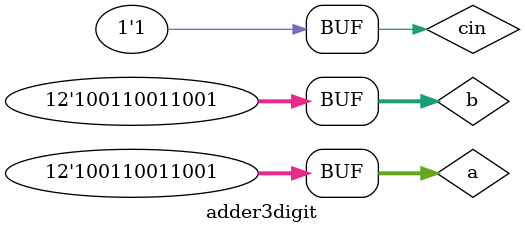
<source format=v>
module adder1digit_fdd (a, b, cin, s, cout);
input [3:0] a, b;
input cin;
output [3:0] s;
output cout;
wire [4:0] partial_sum1, partial_sum2;

assign partial_sum1 = a + b + cin;
assign partial_sum2 = (partial_sum1 > 9)?(partial_sum1 + 6):(partial_sum1);
assign s = partial_sum2[3:0];
assign cout = partial_sum2[4];

endmodule

module adder3digit_estrutural (a, b, cin, s, cout);
input [11:0] a, b;
input cin;
output [11:0] s;
output cout;

wire c2, c1;

adder1digit_fdd a1 (a[3:0], b[3:0], cin, s[3:0], c1);
adder1digit_fdd a2 (a[7:4], b[7:4], c1, s[7:4], c2);
adder1digit_fdd a3 (a[11:8], b[11:8], c2, s[11:8], cout);

endmodule

module adder3digit;
reg [11:0] a, b;
reg cin;
wire [11:0] s;
wire cout;

adder3digit_estrutural dut (a, b, cin, s, cout);

initial begin
    $display("       a       |        b       | cin | cout |       s     ");
    $monitor("%b_%b_%b | %b_%b_%b | %3b | %4b | %b_%b_%b", a[11:8], a[7:4], a[3:0], b[11:8], b[7:4], b[3:0], cin, cout, s[11:8], s[7:4], s[3:0]);
    a = 12'b0001_0000_0000; b = 12'b0010_0010_0101; cin = 0;
    #1 a = 12'b1001_1001_1001; b = 12'b1001_1001_1001; cin = 0;
    #1 cin = 1;
end

endmodule
</source>
